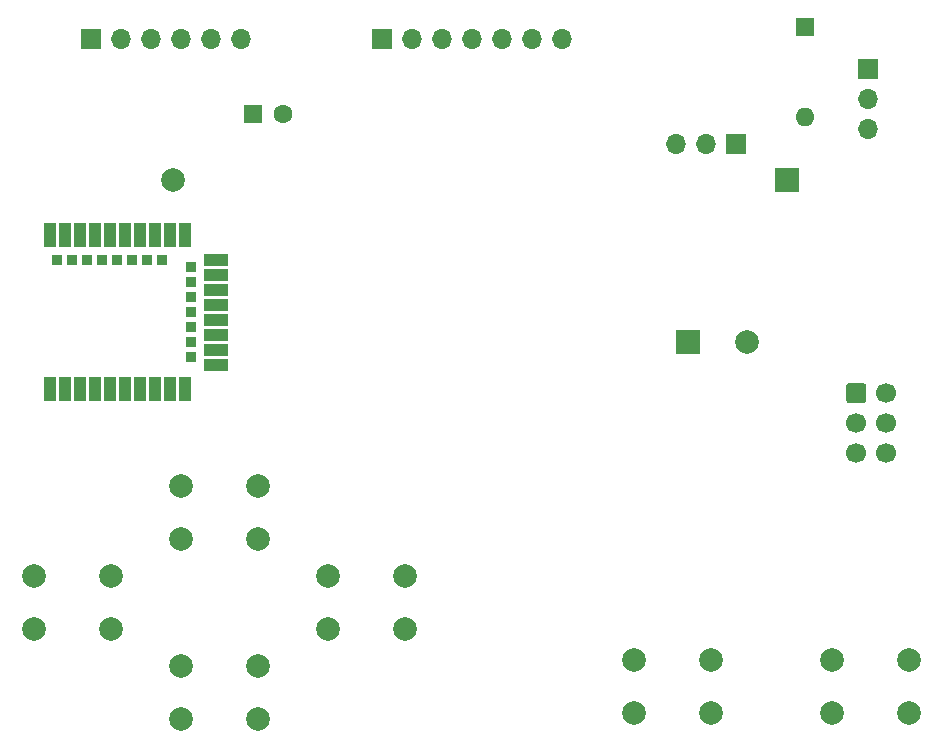
<source format=gts>
G04 #@! TF.GenerationSoftware,KiCad,Pcbnew,5.1.9+dfsg1-1*
G04 #@! TF.CreationDate,2022-04-23T11:50:34+01:00*
G04 #@! TF.ProjectId,dmb2022,646d6232-3032-4322-9e6b-696361645f70,rev?*
G04 #@! TF.SameCoordinates,Original*
G04 #@! TF.FileFunction,Soldermask,Top*
G04 #@! TF.FilePolarity,Negative*
%FSLAX46Y46*%
G04 Gerber Fmt 4.6, Leading zero omitted, Abs format (unit mm)*
G04 Created by KiCad (PCBNEW 5.1.9+dfsg1-1) date 2022-04-23 11:50:34*
%MOMM*%
%LPD*%
G01*
G04 APERTURE LIST*
%ADD10O,1.600000X1.600000*%
%ADD11R,1.600000X1.600000*%
%ADD12R,2.000000X2.000000*%
%ADD13C,2.000000*%
%ADD14C,1.600000*%
%ADD15O,1.700000X1.700000*%
%ADD16R,1.700000X1.700000*%
%ADD17C,1.700000*%
%ADD18R,0.900000X0.900000*%
%ADD19R,1.000000X2.000000*%
%ADD20R,2.000000X1.000000*%
G04 APERTURE END LIST*
D10*
X242062000Y-73914000D03*
D11*
X242062000Y-66294000D03*
D12*
X240538000Y-79248000D03*
D13*
X188548000Y-79248000D03*
D14*
X197826000Y-73660000D03*
D11*
X195326000Y-73660000D03*
D15*
X231140000Y-76200000D03*
X233680000Y-76200000D03*
D16*
X236220000Y-76200000D03*
D15*
X221488000Y-67310000D03*
X218948000Y-67310000D03*
X216408000Y-67310000D03*
X213868000Y-67310000D03*
X211328000Y-67310000D03*
X208788000Y-67310000D03*
D16*
X206248000Y-67310000D03*
D13*
X237156000Y-92964000D03*
D12*
X232156000Y-92964000D03*
D17*
X248920000Y-102362000D03*
X248920000Y-99822000D03*
X248920000Y-97282000D03*
X246380000Y-102362000D03*
X246380000Y-99822000D03*
G36*
G01*
X245530000Y-97882000D02*
X245530000Y-96682000D01*
G75*
G02*
X245780000Y-96432000I250000J0D01*
G01*
X246980000Y-96432000D01*
G75*
G02*
X247230000Y-96682000I0J-250000D01*
G01*
X247230000Y-97882000D01*
G75*
G02*
X246980000Y-98132000I-250000J0D01*
G01*
X245780000Y-98132000D01*
G75*
G02*
X245530000Y-97882000I0J250000D01*
G01*
G37*
D15*
X194310000Y-67310000D03*
X191770000Y-67310000D03*
X189230000Y-67310000D03*
X186690000Y-67310000D03*
X184150000Y-67310000D03*
D16*
X181610000Y-67310000D03*
D18*
X178739000Y-86024000D03*
X180009000Y-86024000D03*
X181279000Y-86024000D03*
X182549000Y-86024000D03*
X183819000Y-86024000D03*
X185089000Y-86024000D03*
X186359000Y-86024000D03*
X187629000Y-86024000D03*
X190034000Y-86614000D03*
X190034000Y-87884000D03*
X190034000Y-89154000D03*
X190034000Y-90424000D03*
X190034000Y-91694000D03*
X190034000Y-92964000D03*
X190034000Y-94234000D03*
D19*
X178104000Y-83924000D03*
X179374000Y-83924000D03*
X180644000Y-83924000D03*
X181914000Y-83924000D03*
X183184000Y-83924000D03*
X184454000Y-83924000D03*
X185724000Y-83924000D03*
X186994000Y-83924000D03*
X188264000Y-83924000D03*
X189534000Y-83924000D03*
X178104000Y-96924000D03*
X179374000Y-96924000D03*
X180644000Y-96924000D03*
X181914000Y-96924000D03*
X183184000Y-96924000D03*
X184454000Y-96924000D03*
X185724000Y-96924000D03*
X186994000Y-96924000D03*
X188264000Y-96924000D03*
X189534000Y-96924000D03*
D20*
X192134000Y-85974000D03*
X192134000Y-87244000D03*
X192134000Y-88514000D03*
X192134000Y-89784000D03*
X192134000Y-91054000D03*
X192134000Y-92324000D03*
X192134000Y-93594000D03*
X192134000Y-94864000D03*
D13*
X195730000Y-105156000D03*
X195730000Y-109656000D03*
X189230000Y-105156000D03*
X189230000Y-109656000D03*
D15*
X247396000Y-74930000D03*
X247396000Y-72390000D03*
D16*
X247396000Y-69850000D03*
D13*
X208176000Y-112776000D03*
X208176000Y-117276000D03*
X201676000Y-112776000D03*
X201676000Y-117276000D03*
X183284000Y-112776000D03*
X183284000Y-117276000D03*
X176784000Y-112776000D03*
X176784000Y-117276000D03*
X195730000Y-120396000D03*
X195730000Y-124896000D03*
X189230000Y-120396000D03*
X189230000Y-124896000D03*
X234084000Y-119888000D03*
X234084000Y-124388000D03*
X227584000Y-119888000D03*
X227584000Y-124388000D03*
X250848000Y-119888000D03*
X250848000Y-124388000D03*
X244348000Y-119888000D03*
X244348000Y-124388000D03*
M02*

</source>
